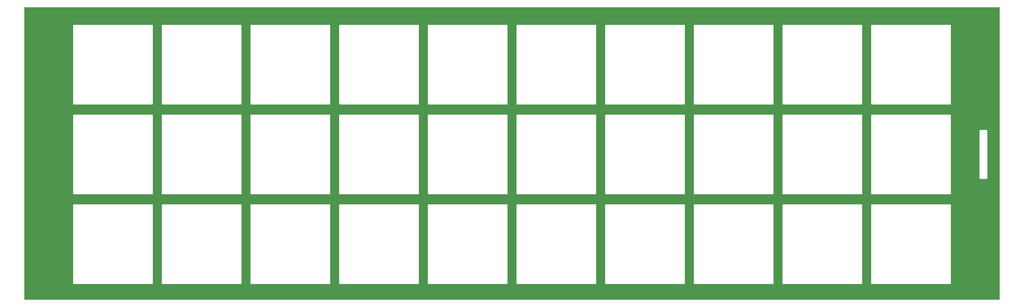
<source format=gtl>
G04 Layer: TopLayer*
G04 EasyEDA v6.5.34, 2023-08-21 18:11:39*
G04 608ff240a59a44e5951e210445872dab,5a6b42c53f6a479593ecc07194224c93,10*
G04 Gerber Generator version 0.2*
G04 Scale: 100 percent, Rotated: No, Reflected: No *
G04 Dimensions in millimeters *
G04 leading zeros omitted , absolute positions ,4 integer and 5 decimal *
%FSLAX45Y45*%
%MOMM*%

%ADD10C,3.0000*%

%LPD*%
G36*
X2068068Y25908D02*
G01*
X2064156Y26670D01*
X2060854Y28905D01*
X2058670Y32156D01*
X2057907Y36068D01*
X2057907Y13260832D01*
X2058670Y13264743D01*
X2060905Y13267994D01*
X2064156Y13270230D01*
X2068068Y13270992D01*
X46191932Y13270992D01*
X46195843Y13270230D01*
X46199094Y13267994D01*
X46201330Y13264743D01*
X46202092Y13260832D01*
X46201990Y36068D01*
X46201228Y32156D01*
X46199044Y28905D01*
X46195742Y26670D01*
X46191830Y25908D01*
G37*

%LPC*%
G36*
X20345958Y8864092D02*
G01*
X23900841Y8864092D01*
X23907140Y8864803D01*
X23912626Y8866733D01*
X23917503Y8869781D01*
X23921618Y8873896D01*
X23924666Y8878773D01*
X23926596Y8884259D01*
X23927308Y8890558D01*
X23927308Y12445441D01*
X23926596Y12451740D01*
X23924666Y12457226D01*
X23921618Y12462103D01*
X23917503Y12466218D01*
X23912626Y12469266D01*
X23907140Y12471196D01*
X23900841Y12471908D01*
X20345958Y12471908D01*
X20339659Y12471196D01*
X20334173Y12469266D01*
X20329296Y12466218D01*
X20325181Y12462103D01*
X20322133Y12457226D01*
X20320203Y12451740D01*
X20319492Y12445441D01*
X20319492Y8890558D01*
X20320203Y8884259D01*
X20322133Y8878773D01*
X20325181Y8873896D01*
X20329296Y8869781D01*
X20334173Y8866733D01*
X20339659Y8864803D01*
G37*
G36*
X24359158Y736092D02*
G01*
X27914041Y736092D01*
X27920340Y736803D01*
X27925826Y738733D01*
X27930703Y741781D01*
X27934818Y745896D01*
X27937866Y750773D01*
X27939796Y756259D01*
X27940508Y762558D01*
X27940508Y4317441D01*
X27939796Y4323740D01*
X27937866Y4329226D01*
X27934818Y4334103D01*
X27930703Y4338218D01*
X27925826Y4341266D01*
X27920340Y4343196D01*
X27914041Y4343908D01*
X24359158Y4343908D01*
X24352859Y4343196D01*
X24347373Y4341266D01*
X24342496Y4338218D01*
X24338381Y4334103D01*
X24335333Y4329226D01*
X24333403Y4323740D01*
X24332692Y4317441D01*
X24332692Y762558D01*
X24333403Y756259D01*
X24335333Y750773D01*
X24338381Y745896D01*
X24342496Y741781D01*
X24347373Y738733D01*
X24352859Y736803D01*
G37*
G36*
X16332758Y736092D02*
G01*
X19887641Y736092D01*
X19893940Y736803D01*
X19899426Y738733D01*
X19904303Y741781D01*
X19908418Y745896D01*
X19911466Y750773D01*
X19913396Y756259D01*
X19914108Y762558D01*
X19914108Y4317441D01*
X19913396Y4323740D01*
X19911466Y4329226D01*
X19908418Y4334103D01*
X19904303Y4338218D01*
X19899426Y4341266D01*
X19893940Y4343196D01*
X19887641Y4343908D01*
X16332758Y4343908D01*
X16326459Y4343196D01*
X16320973Y4341266D01*
X16316096Y4338218D01*
X16311981Y4334103D01*
X16308933Y4329226D01*
X16307003Y4323740D01*
X16306292Y4317441D01*
X16306292Y762558D01*
X16307003Y756259D01*
X16308933Y750773D01*
X16311981Y745896D01*
X16316096Y741781D01*
X16320973Y738733D01*
X16326459Y736803D01*
G37*
G36*
X28372358Y736092D02*
G01*
X31927241Y736092D01*
X31933540Y736803D01*
X31939026Y738733D01*
X31943903Y741781D01*
X31948018Y745896D01*
X31951066Y750773D01*
X31952996Y756259D01*
X31953708Y762558D01*
X31953708Y4317441D01*
X31952996Y4323740D01*
X31951066Y4329226D01*
X31948018Y4334103D01*
X31943903Y4338218D01*
X31939026Y4341266D01*
X31933540Y4343196D01*
X31927241Y4343908D01*
X28372358Y4343908D01*
X28366059Y4343196D01*
X28360573Y4341266D01*
X28355696Y4338218D01*
X28351581Y4334103D01*
X28348533Y4329226D01*
X28346603Y4323740D01*
X28345892Y4317441D01*
X28345892Y762558D01*
X28346603Y756259D01*
X28348533Y750773D01*
X28351581Y745896D01*
X28355696Y741781D01*
X28360573Y738733D01*
X28366059Y736803D01*
G37*
G36*
X12319558Y736092D02*
G01*
X15874441Y736092D01*
X15880740Y736803D01*
X15886226Y738733D01*
X15891103Y741781D01*
X15895218Y745896D01*
X15898266Y750773D01*
X15900196Y756259D01*
X15900907Y762558D01*
X15900907Y4317441D01*
X15900196Y4323740D01*
X15898266Y4329226D01*
X15895218Y4334103D01*
X15891103Y4338218D01*
X15886226Y4341266D01*
X15880740Y4343196D01*
X15874441Y4343908D01*
X12319558Y4343908D01*
X12313259Y4343196D01*
X12307773Y4341266D01*
X12302896Y4338218D01*
X12298781Y4334103D01*
X12295733Y4329226D01*
X12293803Y4323740D01*
X12293092Y4317441D01*
X12293092Y762558D01*
X12293803Y756259D01*
X12295733Y750773D01*
X12298781Y745896D01*
X12302896Y741781D01*
X12307773Y738733D01*
X12313259Y736803D01*
G37*
G36*
X32385558Y736092D02*
G01*
X35940441Y736092D01*
X35946740Y736803D01*
X35952226Y738733D01*
X35957103Y741781D01*
X35961218Y745896D01*
X35964266Y750773D01*
X35966196Y756259D01*
X35966908Y762558D01*
X35966908Y4317441D01*
X35966196Y4323740D01*
X35964266Y4329226D01*
X35961218Y4334103D01*
X35957103Y4338218D01*
X35952226Y4341266D01*
X35946740Y4343196D01*
X35940441Y4343908D01*
X32385558Y4343908D01*
X32379259Y4343196D01*
X32373773Y4341266D01*
X32368896Y4338218D01*
X32364781Y4334103D01*
X32361733Y4329226D01*
X32359803Y4323740D01*
X32359092Y4317441D01*
X32359092Y762558D01*
X32359803Y756259D01*
X32361733Y750773D01*
X32364781Y745896D01*
X32368896Y741781D01*
X32373773Y738733D01*
X32379259Y736803D01*
G37*
G36*
X8306358Y736092D02*
G01*
X11861241Y736092D01*
X11867540Y736803D01*
X11873026Y738733D01*
X11877903Y741781D01*
X11882018Y745896D01*
X11885066Y750773D01*
X11886996Y756259D01*
X11887708Y762558D01*
X11887708Y4317441D01*
X11886996Y4323740D01*
X11885066Y4329226D01*
X11882018Y4334103D01*
X11877903Y4338218D01*
X11873026Y4341266D01*
X11867540Y4343196D01*
X11861241Y4343908D01*
X8306358Y4343908D01*
X8300059Y4343196D01*
X8294573Y4341266D01*
X8289696Y4338218D01*
X8285581Y4334103D01*
X8282533Y4329226D01*
X8280603Y4323740D01*
X8279892Y4317441D01*
X8279892Y762558D01*
X8280603Y756259D01*
X8282533Y750773D01*
X8285581Y745896D01*
X8289696Y741781D01*
X8294573Y738733D01*
X8300059Y736803D01*
G37*
G36*
X36398758Y736092D02*
G01*
X39953641Y736092D01*
X39959940Y736803D01*
X39965426Y738733D01*
X39970303Y741781D01*
X39974418Y745896D01*
X39977466Y750773D01*
X39979396Y756259D01*
X39980108Y762558D01*
X39980108Y4317441D01*
X39979396Y4323740D01*
X39977466Y4329226D01*
X39974418Y4334103D01*
X39970303Y4338218D01*
X39965426Y4341266D01*
X39959940Y4343196D01*
X39953641Y4343908D01*
X36398758Y4343908D01*
X36392459Y4343196D01*
X36386973Y4341266D01*
X36382096Y4338218D01*
X36377981Y4334103D01*
X36374933Y4329226D01*
X36373003Y4323740D01*
X36372292Y4317441D01*
X36372292Y762558D01*
X36373003Y756259D01*
X36374933Y750773D01*
X36377981Y745896D01*
X36382096Y741781D01*
X36386973Y738733D01*
X36392459Y736803D01*
G37*
G36*
X4293158Y736092D02*
G01*
X7848041Y736092D01*
X7854340Y736803D01*
X7859826Y738733D01*
X7864703Y741781D01*
X7868818Y745896D01*
X7871866Y750773D01*
X7873796Y756259D01*
X7874508Y762558D01*
X7874508Y4317441D01*
X7873796Y4323740D01*
X7871866Y4329226D01*
X7868818Y4334103D01*
X7864703Y4338218D01*
X7859826Y4341266D01*
X7854340Y4343196D01*
X7848041Y4343908D01*
X4293158Y4343908D01*
X4286859Y4343196D01*
X4281373Y4341266D01*
X4276496Y4338218D01*
X4272381Y4334103D01*
X4269333Y4329226D01*
X4267403Y4323740D01*
X4266692Y4317441D01*
X4266692Y762558D01*
X4267403Y756259D01*
X4269333Y750773D01*
X4272381Y745896D01*
X4276496Y741781D01*
X4281373Y738733D01*
X4286859Y736803D01*
G37*
G36*
X40411958Y736092D02*
G01*
X43966841Y736092D01*
X43973140Y736803D01*
X43978626Y738733D01*
X43983503Y741781D01*
X43987618Y745896D01*
X43990666Y750773D01*
X43992596Y756259D01*
X43993308Y762558D01*
X43993308Y4317441D01*
X43992596Y4323740D01*
X43990666Y4329226D01*
X43987618Y4334103D01*
X43983503Y4338218D01*
X43978626Y4341266D01*
X43973140Y4343196D01*
X43966841Y4343908D01*
X40411958Y4343908D01*
X40405659Y4343196D01*
X40400173Y4341266D01*
X40395296Y4338218D01*
X40391181Y4334103D01*
X40388133Y4329226D01*
X40386203Y4323740D01*
X40385492Y4317441D01*
X40385492Y762558D01*
X40386203Y756259D01*
X40388133Y750773D01*
X40391181Y745896D01*
X40395296Y741781D01*
X40400173Y738733D01*
X40405659Y736803D01*
G37*
G36*
X20345958Y4800092D02*
G01*
X23900841Y4800092D01*
X23907140Y4800803D01*
X23912626Y4802733D01*
X23917503Y4805781D01*
X23921618Y4809896D01*
X23924666Y4814773D01*
X23926596Y4820259D01*
X23927308Y4826558D01*
X23927308Y8381441D01*
X23926596Y8387740D01*
X23924666Y8393226D01*
X23921618Y8398103D01*
X23917503Y8402218D01*
X23912626Y8405266D01*
X23907140Y8407196D01*
X23900841Y8407908D01*
X20345958Y8407908D01*
X20339659Y8407196D01*
X20334173Y8405266D01*
X20329296Y8402218D01*
X20325181Y8398103D01*
X20322133Y8393226D01*
X20320203Y8387740D01*
X20319492Y8381441D01*
X20319492Y4826558D01*
X20320203Y4820259D01*
X20322133Y4814773D01*
X20325181Y4809896D01*
X20329296Y4805781D01*
X20334173Y4802733D01*
X20339659Y4800803D01*
G37*
G36*
X24359158Y4800092D02*
G01*
X27914041Y4800092D01*
X27920340Y4800803D01*
X27925826Y4802733D01*
X27930703Y4805781D01*
X27934818Y4809896D01*
X27937866Y4814773D01*
X27939796Y4820259D01*
X27940508Y4826558D01*
X27940508Y8381441D01*
X27939796Y8387740D01*
X27937866Y8393226D01*
X27934818Y8398103D01*
X27930703Y8402218D01*
X27925826Y8405266D01*
X27920340Y8407196D01*
X27914041Y8407908D01*
X24359158Y8407908D01*
X24352859Y8407196D01*
X24347373Y8405266D01*
X24342496Y8402218D01*
X24338381Y8398103D01*
X24335333Y8393226D01*
X24333403Y8387740D01*
X24332692Y8381441D01*
X24332692Y4826558D01*
X24333403Y4820259D01*
X24335333Y4814773D01*
X24338381Y4809896D01*
X24342496Y4805781D01*
X24347373Y4802733D01*
X24352859Y4800803D01*
G37*
G36*
X16332758Y4800092D02*
G01*
X19887641Y4800092D01*
X19893940Y4800803D01*
X19899426Y4802733D01*
X19904303Y4805781D01*
X19908418Y4809896D01*
X19911466Y4814773D01*
X19913396Y4820259D01*
X19914108Y4826558D01*
X19914108Y8381441D01*
X19913396Y8387740D01*
X19911466Y8393226D01*
X19908418Y8398103D01*
X19904303Y8402218D01*
X19899426Y8405266D01*
X19893940Y8407196D01*
X19887641Y8407908D01*
X16332758Y8407908D01*
X16326459Y8407196D01*
X16320973Y8405266D01*
X16316096Y8402218D01*
X16311981Y8398103D01*
X16308933Y8393226D01*
X16307003Y8387740D01*
X16306292Y8381441D01*
X16306292Y4826558D01*
X16307003Y4820259D01*
X16308933Y4814773D01*
X16311981Y4809896D01*
X16316096Y4805781D01*
X16320973Y4802733D01*
X16326459Y4800803D01*
G37*
G36*
X28372358Y4800092D02*
G01*
X31927241Y4800092D01*
X31933540Y4800803D01*
X31939026Y4802733D01*
X31943903Y4805781D01*
X31948018Y4809896D01*
X31951066Y4814773D01*
X31952996Y4820259D01*
X31953708Y4826558D01*
X31953708Y8381441D01*
X31952996Y8387740D01*
X31951066Y8393226D01*
X31948018Y8398103D01*
X31943903Y8402218D01*
X31939026Y8405266D01*
X31933540Y8407196D01*
X31927241Y8407908D01*
X28372358Y8407908D01*
X28366059Y8407196D01*
X28360573Y8405266D01*
X28355696Y8402218D01*
X28351581Y8398103D01*
X28348533Y8393226D01*
X28346603Y8387740D01*
X28345892Y8381441D01*
X28345892Y4826558D01*
X28346603Y4820259D01*
X28348533Y4814773D01*
X28351581Y4809896D01*
X28355696Y4805781D01*
X28360573Y4802733D01*
X28366059Y4800803D01*
G37*
G36*
X12319558Y4800092D02*
G01*
X15874441Y4800092D01*
X15880740Y4800803D01*
X15886226Y4802733D01*
X15891103Y4805781D01*
X15895218Y4809896D01*
X15898266Y4814773D01*
X15900196Y4820259D01*
X15900907Y4826558D01*
X15900907Y8381441D01*
X15900196Y8387740D01*
X15898266Y8393226D01*
X15895218Y8398103D01*
X15891103Y8402218D01*
X15886226Y8405266D01*
X15880740Y8407196D01*
X15874441Y8407908D01*
X12319558Y8407908D01*
X12313259Y8407196D01*
X12307773Y8405266D01*
X12302896Y8402218D01*
X12298781Y8398103D01*
X12295733Y8393226D01*
X12293803Y8387740D01*
X12293092Y8381441D01*
X12293092Y4826558D01*
X12293803Y4820259D01*
X12295733Y4814773D01*
X12298781Y4809896D01*
X12302896Y4805781D01*
X12307773Y4802733D01*
X12313259Y4800803D01*
G37*
G36*
X20345958Y736092D02*
G01*
X23900841Y736092D01*
X23907140Y736803D01*
X23912626Y738733D01*
X23917503Y741781D01*
X23921618Y745896D01*
X23924666Y750773D01*
X23926596Y756259D01*
X23927308Y762558D01*
X23927308Y4317441D01*
X23926596Y4323740D01*
X23924666Y4329226D01*
X23921618Y4334103D01*
X23917503Y4338218D01*
X23912626Y4341266D01*
X23907140Y4343196D01*
X23900841Y4343908D01*
X20345958Y4343908D01*
X20339659Y4343196D01*
X20334173Y4341266D01*
X20329296Y4338218D01*
X20325181Y4334103D01*
X20322133Y4329226D01*
X20320203Y4323740D01*
X20319492Y4317441D01*
X20319492Y762558D01*
X20320203Y756259D01*
X20322133Y750773D01*
X20325181Y745896D01*
X20329296Y741781D01*
X20334173Y738733D01*
X20339659Y736803D01*
G37*
G36*
X8306358Y4800092D02*
G01*
X11861241Y4800092D01*
X11867540Y4800803D01*
X11873026Y4802733D01*
X11877903Y4805781D01*
X11882018Y4809896D01*
X11885066Y4814773D01*
X11886996Y4820259D01*
X11887708Y4826558D01*
X11887708Y8381441D01*
X11886996Y8387740D01*
X11885066Y8393226D01*
X11882018Y8398103D01*
X11877903Y8402218D01*
X11873026Y8405266D01*
X11867540Y8407196D01*
X11861241Y8407908D01*
X8306358Y8407908D01*
X8300059Y8407196D01*
X8294573Y8405266D01*
X8289696Y8402218D01*
X8285581Y8398103D01*
X8282533Y8393226D01*
X8280603Y8387740D01*
X8279892Y8381441D01*
X8279892Y4826558D01*
X8280603Y4820259D01*
X8282533Y4814773D01*
X8285581Y4809896D01*
X8289696Y4805781D01*
X8294573Y4802733D01*
X8300059Y4800803D01*
G37*
G36*
X36398758Y4800092D02*
G01*
X39953641Y4800092D01*
X39959940Y4800803D01*
X39965426Y4802733D01*
X39970303Y4805781D01*
X39974418Y4809896D01*
X39977466Y4814773D01*
X39979396Y4820259D01*
X39980108Y4826558D01*
X39980108Y8381441D01*
X39979396Y8387740D01*
X39977466Y8393226D01*
X39974418Y8398103D01*
X39970303Y8402218D01*
X39965426Y8405266D01*
X39959940Y8407196D01*
X39953641Y8407908D01*
X36398758Y8407908D01*
X36392459Y8407196D01*
X36386973Y8405266D01*
X36382096Y8402218D01*
X36377981Y8398103D01*
X36374933Y8393226D01*
X36373003Y8387740D01*
X36372292Y8381441D01*
X36372292Y4826558D01*
X36373003Y4820259D01*
X36374933Y4814773D01*
X36377981Y4809896D01*
X36382096Y4805781D01*
X36386973Y4802733D01*
X36392459Y4800803D01*
G37*
G36*
X4293158Y4800092D02*
G01*
X7848041Y4800092D01*
X7854340Y4800803D01*
X7859826Y4802733D01*
X7864703Y4805781D01*
X7868818Y4809896D01*
X7871866Y4814773D01*
X7873796Y4820259D01*
X7874508Y4826558D01*
X7874508Y8381441D01*
X7873796Y8387740D01*
X7871866Y8393226D01*
X7868818Y8398103D01*
X7864703Y8402218D01*
X7859826Y8405266D01*
X7854340Y8407196D01*
X7848041Y8407908D01*
X4293158Y8407908D01*
X4286859Y8407196D01*
X4281373Y8405266D01*
X4276496Y8402218D01*
X4272381Y8398103D01*
X4269333Y8393226D01*
X4267403Y8387740D01*
X4266692Y8381441D01*
X4266692Y4826558D01*
X4267403Y4820259D01*
X4269333Y4814773D01*
X4272381Y4809896D01*
X4276496Y4805781D01*
X4281373Y4802733D01*
X4286859Y4800803D01*
G37*
G36*
X40411958Y4800092D02*
G01*
X43966841Y4800092D01*
X43973140Y4800803D01*
X43978626Y4802733D01*
X43983503Y4805781D01*
X43987618Y4809896D01*
X43990666Y4814773D01*
X43992596Y4820259D01*
X43993308Y4826558D01*
X43993308Y8381441D01*
X43992596Y8387740D01*
X43990666Y8393226D01*
X43987618Y8398103D01*
X43983503Y8402218D01*
X43978626Y8405266D01*
X43973140Y8407196D01*
X43966841Y8407908D01*
X40411958Y8407908D01*
X40405659Y8407196D01*
X40400173Y8405266D01*
X40395296Y8402218D01*
X40391181Y8398103D01*
X40388133Y8393226D01*
X40386203Y8387740D01*
X40385492Y8381441D01*
X40385492Y4826558D01*
X40386203Y4820259D01*
X40388133Y4814773D01*
X40391181Y4809896D01*
X40395296Y4805781D01*
X40400173Y4802733D01*
X40405659Y4800803D01*
G37*
G36*
X45314057Y5498592D02*
G01*
X45617739Y5498592D01*
X45624038Y5499303D01*
X45629525Y5501182D01*
X45634402Y5504281D01*
X45638516Y5508396D01*
X45641615Y5513273D01*
X45643495Y5518759D01*
X45644206Y5525058D01*
X45644206Y7682941D01*
X45643495Y7689240D01*
X45641615Y7694726D01*
X45638516Y7699603D01*
X45634402Y7703718D01*
X45629525Y7706766D01*
X45624038Y7708696D01*
X45617739Y7709408D01*
X45314057Y7709408D01*
X45307758Y7708696D01*
X45302271Y7706766D01*
X45297394Y7703718D01*
X45293280Y7699603D01*
X45290232Y7694726D01*
X45288301Y7689240D01*
X45287590Y7682941D01*
X45287590Y5525058D01*
X45288301Y5518759D01*
X45290232Y5513273D01*
X45293280Y5508396D01*
X45297394Y5504281D01*
X45302271Y5501182D01*
X45307758Y5499303D01*
G37*
G36*
X24359158Y8864092D02*
G01*
X27914041Y8864092D01*
X27920340Y8864803D01*
X27925826Y8866733D01*
X27930703Y8869781D01*
X27934818Y8873896D01*
X27937866Y8878773D01*
X27939796Y8884259D01*
X27940508Y8890558D01*
X27940508Y12445441D01*
X27939796Y12451740D01*
X27937866Y12457226D01*
X27934818Y12462103D01*
X27930703Y12466218D01*
X27925826Y12469266D01*
X27920340Y12471196D01*
X27914041Y12471908D01*
X24359158Y12471908D01*
X24352859Y12471196D01*
X24347373Y12469266D01*
X24342496Y12466218D01*
X24338381Y12462103D01*
X24335333Y12457226D01*
X24333403Y12451740D01*
X24332692Y12445441D01*
X24332692Y8890558D01*
X24333403Y8884259D01*
X24335333Y8878773D01*
X24338381Y8873896D01*
X24342496Y8869781D01*
X24347373Y8866733D01*
X24352859Y8864803D01*
G37*
G36*
X16332758Y8864092D02*
G01*
X19887641Y8864092D01*
X19893940Y8864803D01*
X19899426Y8866733D01*
X19904303Y8869781D01*
X19908418Y8873896D01*
X19911466Y8878773D01*
X19913396Y8884259D01*
X19914108Y8890558D01*
X19914108Y12445441D01*
X19913396Y12451740D01*
X19911466Y12457226D01*
X19908418Y12462103D01*
X19904303Y12466218D01*
X19899426Y12469266D01*
X19893940Y12471196D01*
X19887641Y12471908D01*
X16332758Y12471908D01*
X16326459Y12471196D01*
X16320973Y12469266D01*
X16316096Y12466218D01*
X16311981Y12462103D01*
X16308933Y12457226D01*
X16307003Y12451740D01*
X16306292Y12445441D01*
X16306292Y8890558D01*
X16307003Y8884259D01*
X16308933Y8878773D01*
X16311981Y8873896D01*
X16316096Y8869781D01*
X16320973Y8866733D01*
X16326459Y8864803D01*
G37*
G36*
X28372358Y8864092D02*
G01*
X31927241Y8864092D01*
X31933540Y8864803D01*
X31939026Y8866733D01*
X31943903Y8869781D01*
X31948018Y8873896D01*
X31951066Y8878773D01*
X31952996Y8884259D01*
X31953708Y8890558D01*
X31953708Y12445441D01*
X31952996Y12451740D01*
X31951066Y12457226D01*
X31948018Y12462103D01*
X31943903Y12466218D01*
X31939026Y12469266D01*
X31933540Y12471196D01*
X31927241Y12471908D01*
X28372358Y12471908D01*
X28366059Y12471196D01*
X28360573Y12469266D01*
X28355696Y12466218D01*
X28351581Y12462103D01*
X28348533Y12457226D01*
X28346603Y12451740D01*
X28345892Y12445441D01*
X28345892Y8890558D01*
X28346603Y8884259D01*
X28348533Y8878773D01*
X28351581Y8873896D01*
X28355696Y8869781D01*
X28360573Y8866733D01*
X28366059Y8864803D01*
G37*
G36*
X12319558Y8864092D02*
G01*
X15874441Y8864092D01*
X15880740Y8864803D01*
X15886226Y8866733D01*
X15891103Y8869781D01*
X15895218Y8873896D01*
X15898266Y8878773D01*
X15900196Y8884259D01*
X15900907Y8890558D01*
X15900907Y12445441D01*
X15900196Y12451740D01*
X15898266Y12457226D01*
X15895218Y12462103D01*
X15891103Y12466218D01*
X15886226Y12469266D01*
X15880740Y12471196D01*
X15874441Y12471908D01*
X12319558Y12471908D01*
X12313259Y12471196D01*
X12307773Y12469266D01*
X12302896Y12466218D01*
X12298781Y12462103D01*
X12295733Y12457226D01*
X12293803Y12451740D01*
X12293092Y12445441D01*
X12293092Y8890558D01*
X12293803Y8884259D01*
X12295733Y8878773D01*
X12298781Y8873896D01*
X12302896Y8869781D01*
X12307773Y8866733D01*
X12313259Y8864803D01*
G37*
G36*
X32385558Y8864092D02*
G01*
X35940441Y8864092D01*
X35946740Y8864803D01*
X35952226Y8866733D01*
X35957103Y8869781D01*
X35961218Y8873896D01*
X35964266Y8878773D01*
X35966196Y8884259D01*
X35966908Y8890558D01*
X35966908Y12445441D01*
X35966196Y12451740D01*
X35964266Y12457226D01*
X35961218Y12462103D01*
X35957103Y12466218D01*
X35952226Y12469266D01*
X35946740Y12471196D01*
X35940441Y12471908D01*
X32385558Y12471908D01*
X32379259Y12471196D01*
X32373773Y12469266D01*
X32368896Y12466218D01*
X32364781Y12462103D01*
X32361733Y12457226D01*
X32359803Y12451740D01*
X32359092Y12445441D01*
X32359092Y8890558D01*
X32359803Y8884259D01*
X32361733Y8878773D01*
X32364781Y8873896D01*
X32368896Y8869781D01*
X32373773Y8866733D01*
X32379259Y8864803D01*
G37*
G36*
X8306358Y8864092D02*
G01*
X11861241Y8864092D01*
X11867540Y8864803D01*
X11873026Y8866733D01*
X11877903Y8869781D01*
X11882018Y8873896D01*
X11885066Y8878773D01*
X11886996Y8884259D01*
X11887708Y8890558D01*
X11887708Y12445441D01*
X11886996Y12451740D01*
X11885066Y12457226D01*
X11882018Y12462103D01*
X11877903Y12466218D01*
X11873026Y12469266D01*
X11867540Y12471196D01*
X11861241Y12471908D01*
X8306358Y12471908D01*
X8300059Y12471196D01*
X8294573Y12469266D01*
X8289696Y12466218D01*
X8285581Y12462103D01*
X8282533Y12457226D01*
X8280603Y12451740D01*
X8279892Y12445441D01*
X8279892Y8890558D01*
X8280603Y8884259D01*
X8282533Y8878773D01*
X8285581Y8873896D01*
X8289696Y8869781D01*
X8294573Y8866733D01*
X8300059Y8864803D01*
G37*
G36*
X36398758Y8864092D02*
G01*
X39953641Y8864092D01*
X39959940Y8864803D01*
X39965426Y8866733D01*
X39970303Y8869781D01*
X39974418Y8873896D01*
X39977466Y8878773D01*
X39979396Y8884259D01*
X39980108Y8890558D01*
X39980108Y12445441D01*
X39979396Y12451740D01*
X39977466Y12457226D01*
X39974418Y12462103D01*
X39970303Y12466218D01*
X39965426Y12469266D01*
X39959940Y12471196D01*
X39953641Y12471908D01*
X36398758Y12471908D01*
X36392459Y12471196D01*
X36386973Y12469266D01*
X36382096Y12466218D01*
X36377981Y12462103D01*
X36374933Y12457226D01*
X36373003Y12451740D01*
X36372292Y12445441D01*
X36372292Y8890558D01*
X36373003Y8884259D01*
X36374933Y8878773D01*
X36377981Y8873896D01*
X36382096Y8869781D01*
X36386973Y8866733D01*
X36392459Y8864803D01*
G37*
G36*
X4293158Y8864092D02*
G01*
X7848041Y8864092D01*
X7854340Y8864803D01*
X7859826Y8866733D01*
X7864703Y8869781D01*
X7868818Y8873896D01*
X7871866Y8878773D01*
X7873796Y8884259D01*
X7874508Y8890558D01*
X7874508Y12445441D01*
X7873796Y12451740D01*
X7871866Y12457226D01*
X7868818Y12462103D01*
X7864703Y12466218D01*
X7859826Y12469266D01*
X7854340Y12471196D01*
X7848041Y12471908D01*
X4293158Y12471908D01*
X4286859Y12471196D01*
X4281373Y12469266D01*
X4276496Y12466218D01*
X4272381Y12462103D01*
X4269333Y12457226D01*
X4267403Y12451740D01*
X4266692Y12445441D01*
X4266692Y8890558D01*
X4267403Y8884259D01*
X4269333Y8878773D01*
X4272381Y8873896D01*
X4276496Y8869781D01*
X4281373Y8866733D01*
X4286859Y8864803D01*
G37*
G36*
X40411958Y8864092D02*
G01*
X43966841Y8864092D01*
X43973140Y8864803D01*
X43978626Y8866733D01*
X43983503Y8869781D01*
X43987618Y8873896D01*
X43990666Y8878773D01*
X43992596Y8884259D01*
X43993308Y8890558D01*
X43993308Y12445441D01*
X43992596Y12451740D01*
X43990666Y12457226D01*
X43987618Y12462103D01*
X43983503Y12466218D01*
X43978626Y12469266D01*
X43973140Y12471196D01*
X43966841Y12471908D01*
X40411958Y12471908D01*
X40405659Y12471196D01*
X40400173Y12469266D01*
X40395296Y12466218D01*
X40391181Y12462103D01*
X40388133Y12457226D01*
X40386203Y12451740D01*
X40385492Y12445441D01*
X40385492Y8890558D01*
X40386203Y8884259D01*
X40388133Y8878773D01*
X40391181Y8873896D01*
X40395296Y8869781D01*
X40400173Y8866733D01*
X40405659Y8864803D01*
G37*
G36*
X32385558Y4800092D02*
G01*
X35940441Y4800092D01*
X35946740Y4800803D01*
X35952226Y4802733D01*
X35957103Y4805781D01*
X35961218Y4809896D01*
X35964266Y4814773D01*
X35966196Y4820259D01*
X35966908Y4826558D01*
X35966908Y8381441D01*
X35966196Y8387740D01*
X35964266Y8393226D01*
X35961218Y8398103D01*
X35957103Y8402218D01*
X35952226Y8405266D01*
X35946740Y8407196D01*
X35940441Y8407908D01*
X32385558Y8407908D01*
X32379259Y8407196D01*
X32373773Y8405266D01*
X32368896Y8402218D01*
X32364781Y8398103D01*
X32361733Y8393226D01*
X32359803Y8387740D01*
X32359092Y8381441D01*
X32359092Y4826558D01*
X32359803Y4820259D01*
X32361733Y4814773D01*
X32364781Y4809896D01*
X32368896Y4805781D01*
X32373773Y4802733D01*
X32379259Y4800803D01*
G37*

%LPD*%
D10*
G01*
X2794000Y279400D03*
G01*
X2794000Y13004774D03*
G01*
X45466010Y279400D03*
G01*
X45466000Y13004774D03*
G01*
X24129951Y13004774D03*
G01*
X24129951Y279400D03*
G01*
X45465908Y8191489D03*
G01*
X45465908Y5016489D03*
G01*
X2793898Y5016489D03*
G01*
X2793900Y8191489D03*
M02*

</source>
